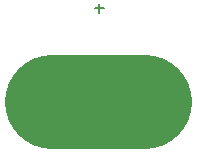
<source format=gto>
%TF.GenerationSoftware,KiCad,Pcbnew,4.0.5-e0-6337~49~ubuntu16.04.1*%
%TF.CreationDate,2017-01-18T01:52:00-08:00*%
%TF.ProjectId,2x2-Generic-1206-SMT,3278322D47656E657269632D31323036,1.0*%
%TF.FileFunction,Legend,Top*%
%FSLAX46Y46*%
G04 Gerber Fmt 4.6, Leading zero omitted, Abs format (unit mm)*
G04 Created by KiCad (PCBNEW 4.0.5-e0-6337~49~ubuntu16.04.1) date Wed Jan 18 01:52:00 2017*
%MOMM*%
%LPD*%
G01*
G04 APERTURE LIST*
%ADD10C,0.350000*%
%ADD11C,8.000000*%
%ADD12C,0.150000*%
G04 APERTURE END LIST*
D10*
D11*
X147193000Y-100838000D02*
X155093000Y-100838000D01*
D12*
X150812048Y-92909429D02*
X151573953Y-92909429D01*
X151193001Y-93290381D02*
X151193001Y-92528476D01*
M02*

</source>
